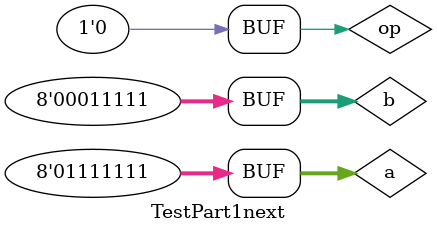
<source format=v>
`timescale 1ns / 1ps


module TestPart1next;

	// Inputs
	reg [7:0] a;
	reg [7:0] b;
	reg op;

	// Outputs
	wire [7:0] sum;
	wire carry;
	wire overflow;

	// Instantiate the Unit Under Test (UUT)
	EightBitRippleAdder uut (
		.a(a), 
		.b(b), 
		.op(op), 
		.sum(sum), 
		.carry(carry), 
		.overflow(overflow)
	);

	
	initial begin
		// Initialize Inputs
		a = 0;
		b = 0;
		op = 0;

		// Initialize Inputs
    
    // Wait 100 ns for global reset to finish
    #100;
        
    // Add stimulus here
    
				#10 a=8'b00000001;b=8'b00000001;op=1'b0;//pos + pos
				#10 a=8'b00000010;b=8'b11111110;op=1'b0;//pos + negative				
				#10 a=8'b11111111;b=8'b00000001;op=1'b0;//negative + positive
				#10 a=8'b11111111;b=8'b11111111;op=1'b0; //negative + negative
				#10 a=8'b00011001;b=8'b10110001;op=1'b1; //positive - negative
				#10 a=8'b00111101;b=8'b00110101;op=1'b1; //positive - positive					
				#10 a=8'b10000111;b=8'b00000111;op=1'b1;//negative - postive
				#10 a=8'b10100111;b=8'b10010111;op=1'b1;//negative - negative
				#10 a=8'b10000001;b=8'b10000001;op=1'b0;//overflow negative + negative
				#10 a=8'b01111111;b=8'b00011111;op=1'b0;//overflow positive + positve
    end 
 
    initial begin
					
		$monitor("time=",$time, " A=%b Operation: %b :  B=%b  : Sum=%b : Cout=%b ",a,op,b,sum,carry);
		
    end       
	

	
      
endmodule


</source>
